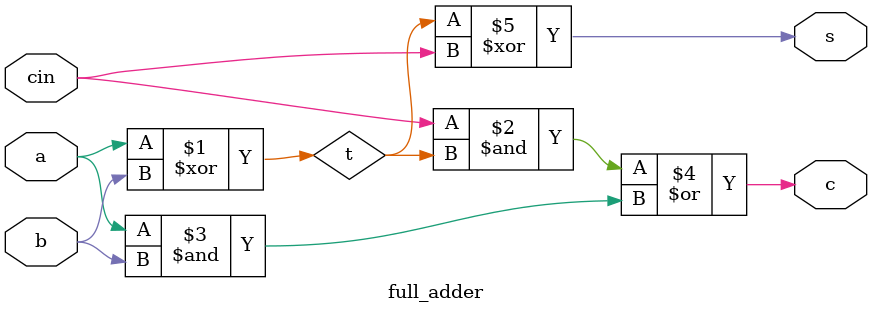
<source format=sv>
`timescale 1ns / 1ps

module full_adder(
    output wire c, s,    
    input wire a, b, cin
);

    wire t;
    
    assign t = a^b;
    assign c = (cin & t) | (a & b);
    assign s = t^cin;
    
endmodule

</source>
